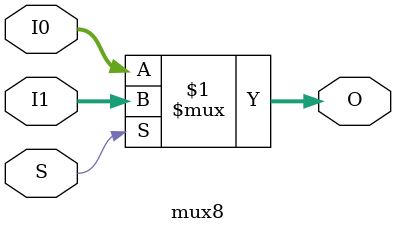
<source format=v>
`timescale 1ns / 1ps
module mux8(
    input [7:0] I0,
    input [7:0] I1,
    output [7:0] O,
    input S
    );
	assign O = S?I1:I0;

endmodule

</source>
